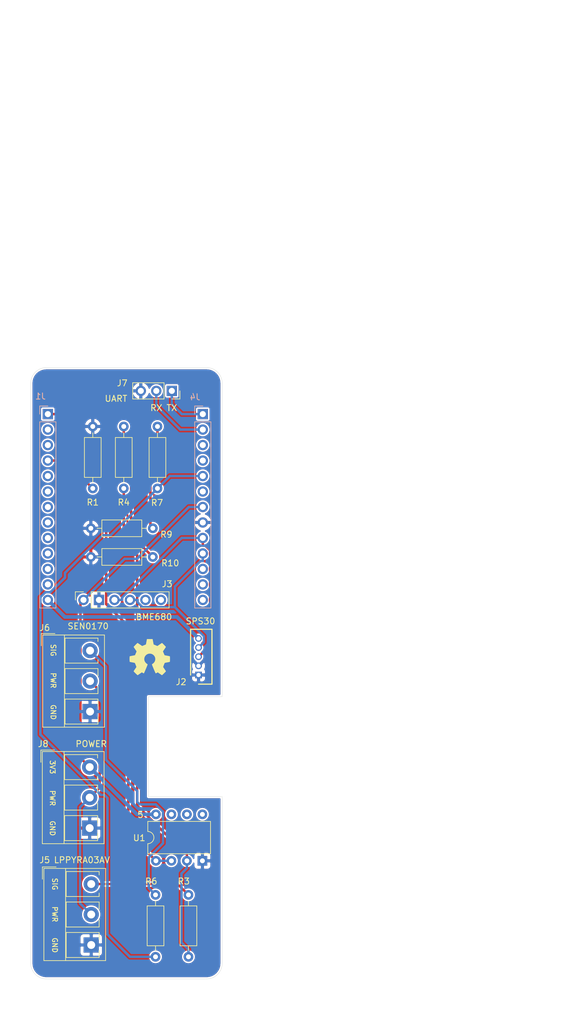
<source format=kicad_pcb>
(kicad_pcb (version 20171130) (host pcbnew "(5.1.9)-1")
  (title_block (title "Layout PCB scheda shield per TTGO T-Beam v1.1") (date 2021-03-25) (rev 1.1))
  (layers (0 Front signal) (31 Back signal) (34 B.Paste user) (35 F.Paste user) (36 B.SilkS user) (37 F.SilkS user) (38 B.Mask user) (39 F.Mask user) (44 Edge.Cuts user))
  (net 0 "")
  (net 1 "Net-(J1-Pad2)")
  (net 2 "Net-(J1-Pad3)")
  (net 3 "Net-(J1-Pad5)")
  (net 4 "Net-(J1-Pad6)")
  (net 5 "Net-(J1-Pad7)")
  (net 6 "Net-(J1-Pad8)")
  (net 7 "Net-(J1-Pad9)")
  (net 8 "Net-(J1-Pad10)")
  (net 9 ADCPYRA)
  (net 10 GND)
  (net 11 "Net-(J4-Pad13)")
  (net 12 "Net-(J4-Pad12)")
  (net 13 "Net-(J4-Pad11)")
  (net 14 "Net-(J4-Pad6)")
  (net 15 "Net-(J4-Pad3)")
  (net 16 /RX)
  (net 17 /TX)
  (net 18 "Net-(J1-Pad12)")
  (net 19 +3V3)
  (net 20 "Net-(J1-Pad11)")
  (net 21 +12V)
  (net 22 ADCWIND)
  (net 23 "Net-(J5-Pad1)")
  (net 24 "Net-(J6-Pad1)")
  (net 25 +5V)
  (net 26 "Net-(J1-Pad4)")
  (net 27 "Net-(J3-Pad6)")
  (net 28 "Net-(J3-Pad5)")
  (net 29 "Net-(R10-Pad1)")
  (net 30 "Net-(R7-Pad2)")
  (net 31 "Net-(R3-Pad2)")
  (net 32 "Net-(J4-Pad4)")
  (net 33 /SCL)
  (net 34 /SDA)
  (module Symbol:OSHW-Symbol_6.7x6mm_SilkScreen (layer Front) (at 137.3505 99.568)
    (fp_text reference REF** hide)
    (fp_text value OSHW-Symbol_6.7x6mm_SilkScreen hide)
    (fp_poly (pts (xy 0.555814 -2.531069) (xy 0.639635 -2.086445) (xy 0.94892 -1.958947) (xy 1.258206 -1.831449) (xy 1.629246 -2.083754) (xy 1.733157 -2.154004) (xy 1.827087 -2.216728) (xy 1.906652 -2.269062) (xy 1.96747 -2.308143) (xy 2.005157 -2.331107) (xy 2.015421 -2.336058) (xy 2.03391 -2.323324) (xy 2.07342 -2.288118) (xy 2.129522 -2.234938) (xy 2.197787 -2.168282) (xy 2.273786 -2.092646) (xy 2.353092 -2.012528) (xy 2.431275 -1.932426) (xy 2.503907 -1.856836) (xy 2.566559 -1.790255) (xy 2.614803 -1.737182) (xy 2.64421 -1.702113) (xy 2.651241 -1.690377) (xy 2.641123 -1.66874) (xy 2.612759 -1.621338) (xy 2.569129 -1.552807) (xy 2.513218 -1.467785) (xy 2.448006 -1.370907) (xy 2.410219 -1.31565) (xy 2.341343 -1.214752) (xy 2.28014 -1.123701) (xy 2.229578 -1.04703) (xy 2.192628 -0.989272) (xy 2.172258 -0.954957) (xy 2.169197 -0.947746) (xy 2.176136 -0.927252) (xy 2.195051 -0.879487) (xy 2.223087 -0.811168) (xy 2.257391 -0.729011) (xy 2.295109 -0.63973) (xy 2.333387 -0.550042) (xy 2.36937 -0.466662) (xy 2.400206 -0.396306) (xy 2.423039 -0.34569) (xy 2.435017 -0.321529) (xy 2.435724 -0.320578) (xy 2.454531 -0.315964) (xy 2.504618 -0.305672) (xy 2.580793 -0.290713) (xy 2.677865 -0.272099) (xy 2.790643 -0.250841) (xy 2.856442 -0.238582) (xy 2.97695 -0.215638) (xy 3.085797 -0.193805) (xy 3.177476 -0.174278) (xy 3.246481 -0.158252) (xy 3.287304 -0.146921) (xy 3.295511 -0.143326) (xy 3.303548 -0.118994) (xy 3.310033 -0.064041) (xy 3.31497 0.015108) (xy 3.318364 0.112026) (xy 3.320218 0.220287) (xy 3.320538 0.333465) (xy 3.319327 0.445135) (xy 3.31659 0.548868) (xy 3.312331 0.638241) (xy 3.306555 0.706826) (xy 3.299267 0.748197) (xy 3.294895 0.75681) (xy 3.268764 0.767133) (xy 3.213393 0.781892) (xy 3.136107 0.799352) (xy 3.04423 0.81778) (xy 3.012158 0.823741) (xy 2.857524 0.852066) (xy 2.735375 0.874876) (xy 2.641673 0.89308) (xy 2.572384 0.907583) (xy 2.523471 0.919292) (xy 2.490897 0.929115) (xy 2.470628 0.937956) (xy 2.458626 0.946724) (xy 2.456947 0.948457) (xy 2.440184 0.976371) (xy 2.414614 1.030695) (xy 2.382788 1.104777) (xy 2.34726 1.191965) (xy 2.310583 1.285608) (xy 2.275311 1.379052) (xy 2.243996 1.465647) (xy 2.219193 1.53874) (xy 2.203454 1.591678) (xy 2.199332 1.617811) (xy 2.199676 1.618726) (xy 2.213641 1.640086) (xy 2.245322 1.687084) (xy 2.291391 1.754827) (xy 2.348518 1.838423) (xy 2.413373 1.932982) (xy 2.431843 1.959854) (xy 2.497699 2.057275) (xy 2.55565 2.146163) (xy 2.602538 2.221412) (xy 2.635207 2.27792) (xy 2.6505 2.310581) (xy 2.651241 2.314593) (xy 2.638392 2.335684) (xy 2.602888 2.377464) (xy 2.549293 2.435445) (xy 2.482171 2.505135) (xy 2.406087 2.582045) (xy 2.325604 2.661683) (xy 2.245287 2.739561) (xy 2.169699 2.811186) (xy 2.103405 2.87207) (xy 2.050969 2.917721) (xy 2.016955 2.94365) (xy 2.007545 2.947883) (xy 1.985643 2.937912) (xy 1.9408 2.91102) (xy 1.880321 2.871736) (xy 1.833789 2.840117) (xy 1.749475 2.782098) (xy 1.649626 2.713784) (xy 1.549473 2.645579) (xy 1.495627 2.609075) (xy 1.313371 2.4858) (xy 1.160381 2.56852) (xy 1.090682 2.604759) (xy 1.031414 2.632926) (xy 0.991311 2.648991) (xy 0.981103 2.651226) (xy 0.968829 2.634722) (xy 0.944613 2.588082) (xy 0.910263 2.515609) (xy 0.867588 2.421606) (xy 0.818394 2.310374) (xy 0.76449 2.186215) (xy 0.707684 2.053432) (xy 0.649782 1.916327) (xy 0.592593 1.779202) (xy 0.537924 1.646358) (xy 0.487584 1.522098) (xy 0.44338 1.410725) (xy 0.407119 1.316539) (xy 0.380609 1.243844) (xy 0.365658 1.196941) (xy 0.363254 1.180833) (xy 0.382311 1.160286) (xy 0.424036 1.126933) (xy 0.479706 1.087702) (xy 0.484378 1.084599) (xy 0.628264 0.969423) (xy 0.744283 0.835053) (xy 0.83143 0.685784) (xy 0.888699 0.525913) (xy 0.915086 0.359737) (xy 0.909585 0.191552) (xy 0.87119 0.025655) (xy 0.798895 -0.133658) (xy 0.777626 -0.168513) (xy 0.666996 -0.309263) (xy 0.536302 -0.422286) (xy 0.390064 -0.506997) (xy 0.232808 -0.562806) (xy 0.069057 -0.589126) (xy -0.096667 -0.58537) (xy -0.259838 -0.55095) (xy -0.415935 -0.485277) (xy -0.560433 -0.387765) (xy -0.605131 -0.348187) (xy -0.718888 -0.224297) (xy -0.801782 -0.093876) (xy -0.858644 0.052315) (xy -0.890313 0.197088) (xy -0.898131 0.35986) (xy -0.872062 0.52344) (xy -0.814755 0.682298) (xy -0.728856 0.830906) (xy -0.617014 0.963735) (xy -0.481877 1.075256) (xy -0.464117 1.087011) (xy -0.40785 1.125508) (xy -0.365077 1.158863) (xy -0.344628 1.18016) (xy -0.344331 1.180833) (xy -0.348721 1.203871) (xy -0.366124 1.256157) (xy -0.394732 1.33339) (xy -0.432735 1.431268) (xy -0.478326 1.545491) (xy -0.529697 1.671758) (xy -0.585038 1.805767) (xy -0.642542 1.943218) (xy -0.700399 2.079808) (xy -0.756802 2.211237) (xy -0.809942 2.333205) (xy -0.85801 2.441409) (xy -0.899199 2.531549) (xy -0.931699 2.599323) (xy -0.953703 2.64043) (xy -0.962564 2.651226) (xy -0.98964 2.642819) (xy -1.040303 2.620272) (xy -1.105817 2.587613) (xy -1.141841 2.56852) (xy -1.294832 2.4858) (xy -1.477088 2.609075) (xy -1.570125 2.672228) (xy -1.671985 2.741727) (xy -1.767438 2.807165) (xy -1.81525 2.840117) (xy -1.882495 2.885273) (xy -1.939436 2.921057) (xy -1.978646 2.942938) (xy -1.991381 2.947563) (xy -2.009917 2.935085) (xy -2.050941 2.900252) (xy -2.110475 2.846678) (xy -2.184542 2.777983) (xy -2.269165 2.697781) (xy -2.322685 2.646286) (xy -2.416319 2.554286) (xy -2.497241 2.471999) (xy -2.562177 2.402945) (xy -2.607858 2.350644) (xy -2.631011 2.318616) (xy -2.633232 2.312116) (xy -2.622924 2.287394) (xy -2.594439 2.237405) (xy -2.550937 2.167212) (xy -2.495577 2.081875) (xy -2.43152 1.986456) (xy -2.413303 1.959854) (xy -2.346927 1.863167) (xy -2.287378 1.776117) (xy -2.237984 1.703595) (xy -2.202075 1.650493) (xy -2.182981 1.621703) (xy -2.181136 1.618726) (xy -2.183895 1.595782) (xy -2.198538 1.545336) (xy -2.222513 1.474041) (xy -2.253266 1.388547) (xy -2.288244 1.295507) (xy -2.324893 1.201574) (xy -2.360661 1.113399) (xy -2.392994 1.037634) (xy -2.419338 0.980931) (xy -2.437142 0.949943) (xy -2.438407 0.948457) (xy -2.449294 0.939601) (xy -2.467682 0.930843) (xy -2.497606 0.921277) (xy -2.543103 0.909996) (xy -2.608209 0.896093) (xy -2.696961 0.878663) (xy -2.813393 0.856798) (xy -2.961542 0.829591) (xy -2.993618 0.823741) (xy -3.088686 0.805374) (xy -3.171565 0.787405) (xy -3.23493 0.771569) (xy -3.271458 0.7596) (xy -3.276356 0.75681) (xy -3.284427 0.732072) (xy -3.290987 0.67679) (xy -3.296033 0.597389) (xy -3.299559 0.500296) (xy -3.301561 0.391938) (xy -3.302036 0.27874) (xy -3.300977 0.167128) (xy -3.298382 0.063529) (xy -3.294246 -0.025632) (xy -3.288563 -0.093928) (xy -3.281331 -0.134934) (xy -3.276971 -0.143326) (xy -3.252698 -0.151792) (xy -3.197426 -0.165565) (xy -3.116662 -0.18345) (xy -3.015912 -0.204252) (xy -2.900683 -0.226777) (xy -2.837902 -0.238582) (xy -2.718787 -0.260849) (xy -2.612565 -0.281021) (xy -2.524427 -0.298085) (xy -2.459566 -0.311031) (xy -2.423174 -0.318845) (xy -2.417184 -0.320578) (xy -2.407061 -0.34011) (xy -2.385662 -0.387157) (xy -2.355839 -0.454997) (xy -2.320445 -0.536909) (xy -2.282332 -0.626172) (xy -2.244353 -0.716065) (xy -2.20936 -0.799865) (xy -2.180206 -0.870853) (xy -2.159743 -0.922306) (xy -2.150823 -0.947503) (xy -2.150657 -0.948604) (xy -2.160769 -0.968481) (xy -2.189117 -1.014223) (xy -2.232723 -1.081283) (xy -2.288606 -1.165116) (xy -2.353787 -1.261174) (xy -2.391679 -1.31635) (xy -2.460725 -1.417519) (xy -2.52205 -1.50937) (xy -2.572663 -1.587256) (xy -2.609571 -1.646531) (xy -2.629782 -1.682549) (xy -2.632701 -1.690623) (xy -2.620153 -1.709416) (xy -2.585463 -1.749543) (xy -2.533063 -1.806507) (xy -2.467384 -1.875815) (xy -2.392856 -1.952969) (xy -2.313913 -2.033475) (xy -2.234983 -2.112837) (xy -2.1605 -2.18656) (xy -2.094894 -2.250148) (xy -2.042596 -2.299106) (xy -2.008039 -2.328939) (xy -1.996478 -2.336058) (xy -1.977654 -2.326047) (xy -1.932631 -2.297922) (xy -1.865787 -2.254546) (xy -1.781499 -2.198782) (xy -1.684144 -2.133494) (xy -1.610707 -2.083754) (xy -1.239667 -1.831449) (xy -0.621095 -2.086445) (xy -0.537275 -2.531069) (xy -0.453454 -2.975693) (xy 0.471994 -2.975693) (xy 0.555814 -2.531069)) (layer F.SilkS) (width 0.01))
  )
  (module Resistor_THT:R_Axial_DIN0207_L6.3mm_D2.5mm_P10.16mm_Horizontal (layer Front) (at 137.859 83.1215 180)
    (fp_text reference R10 (at -2.857 -1.016) (layer F.SilkS))
    (fp_text value 10k)
    (fp_line (start 1.81 -1.37) (end 1.81 1.37) (layer F.SilkS) (width 0.12))
    (fp_line (start 1.81 1.37) (end 8.35 1.37) (layer F.SilkS) (width 0.12))
    (fp_line (start 8.35 1.37) (end 8.35 -1.37) (layer F.SilkS) (width 0.12))
    (fp_line (start 8.35 -1.37) (end 1.81 -1.37) (layer F.SilkS) (width 0.12))
    (fp_line (start 1.04 0) (end 1.81 0) (layer F.SilkS) (width 0.12))
    (fp_line (start 9.12 0) (end 8.35 0) (layer F.SilkS) (width 0.12))
    (pad 2 thru_hole oval (at 10.16 0 180) (size 1.6 1.6) (drill 0.8) (layers *.Cu *.Mask) (net 10 GND))
    (pad 1 thru_hole circle (at 0 0 180) (size 1.6 1.6) (drill 0.8) (layers *.Cu *.Mask) (net 29 "Net-(R10-Pad1)"))
  )
  (module Resistor_THT:R_Axial_DIN0207_L6.3mm_D2.5mm_P10.16mm_Horizontal (layer Front) (at 137.859 78.4225 180)
    (fp_text reference R9 (at -2.222 -1.016) (layer F.SilkS))
    (fp_text value 10k)
    (fp_line (start 1.81 -1.37) (end 1.81 1.37) (layer F.SilkS) (width 0.12))
    (fp_line (start 1.81 1.37) (end 8.35 1.37) (layer F.SilkS) (width 0.12))
    (fp_line (start 8.35 1.37) (end 8.35 -1.37) (layer F.SilkS) (width 0.12))
    (fp_line (start 8.35 -1.37) (end 1.81 -1.37) (layer F.SilkS) (width 0.12))
    (fp_line (start 1.04 0) (end 1.81 0) (layer F.SilkS) (width 0.12))
    (fp_line (start 9.12 0) (end 8.35 0) (layer F.SilkS) (width 0.12))
    (pad 2 thru_hole oval (at 10.16 0 180) (size 1.6 1.6) (drill 0.8) (layers *.Cu *.Mask) (net 10 GND))
    (pad 1 thru_hole circle (at 0 0 180) (size 1.6 1.6) (drill 0.8) (layers *.Cu *.Mask) (net 30 "Net-(R7-Pad2)"))
  )
  (module Resistor_THT:R_Axial_DIN0207_L6.3mm_D2.5mm_P10.16mm_Horizontal (layer Front) (at 138.62 71.882 90)
    (fp_text reference R7 (at -2.3495 -0.0635 180) (layer F.SilkS))
    (fp_text value 10k)
    (fp_line (start 1.81 -1.37) (end 1.81 1.37) (layer F.SilkS) (width 0.12))
    (fp_line (start 1.81 1.37) (end 8.35 1.37) (layer F.SilkS) (width 0.12))
    (fp_line (start 8.35 1.37) (end 8.35 -1.37) (layer F.SilkS) (width 0.12))
    (fp_line (start 8.35 -1.37) (end 1.81 -1.37) (layer F.SilkS) (width 0.12))
    (fp_line (start 1.04 0) (end 1.81 0) (layer F.SilkS) (width 0.12))
    (fp_line (start 9.12 0) (end 8.35 0) (layer F.SilkS) (width 0.12))
    (pad 2 thru_hole oval (at 10.16 0 90) (size 1.6 1.6) (drill 0.8) (layers *.Cu *.Mask) (net 30 "Net-(R7-Pad2)"))
    (pad 1 thru_hole circle (at 0 0 90) (size 1.6 1.6) (drill 0.8) (layers *.Cu *.Mask) (net 22 ADCWIND))
  )
  (module TerminalBlock_RND:TerminalBlock_RND_205-00277_1x03_P5.00mm_Vertical (layer Front) (at 127.508 117.602 270)
    (fp_text reference J8 (at -3.81 7.62) (layer F.SilkS))
    (fp_text value POWER (at -3.81 -0.254 180) (layer F.SilkS))
    (fp_line (start -2.56 4.2) (end 12.56 4.2) (layer F.SilkS) (width 0.12))
    (fp_line (start -2.56 -2.36) (end 12.56 -2.36) (layer F.SilkS) (width 0.12))
    (fp_line (start -2.56 7.76) (end 12.56 7.76) (layer F.SilkS) (width 0.12))
    (fp_line (start -2.56 -2.36) (end -2.56 7.76) (layer F.SilkS) (width 0.12))
    (fp_line (start 12.56 -2.36) (end 12.56 7.76) (layer F.SilkS) (width 0.12))
    (fp_line (start -2.05 -1.3) (end -1.49 -1.3) (layer F.SilkS) (width 0.12))
    (fp_line (start 1.49 -1.3) (end 2.05 -1.3) (layer F.SilkS) (width 0.12))
    (fp_line (start -2.05 4.1) (end 2.05 4.1) (layer F.SilkS) (width 0.12))
    (fp_line (start -2.05 -1.3) (end -2.05 4.1) (layer F.SilkS) (width 0.12))
    (fp_line (start 2.05 -1.3) (end 2.05 4.1) (layer F.SilkS) (width 0.12))
    (fp_line (start 2.95 -1.3) (end 4.117 -1.3) (layer F.SilkS) (width 0.12))
    (fp_line (start 5.884 -1.3) (end 7.05 -1.3) (layer F.SilkS) (width 0.12))
    (fp_line (start 2.95 4.1) (end 7.05 4.1) (layer F.SilkS) (width 0.12))
    (fp_line (start 2.95 -1.3) (end 2.95 4.1) (layer F.SilkS) (width 0.12))
    (fp_line (start 7.05 -1.3) (end 7.05 4.1) (layer F.SilkS) (width 0.12))
    (fp_line (start 7.95 -1.3) (end 9.117 -1.3) (layer F.SilkS) (width 0.12))
    (fp_line (start 10.884 -1.3) (end 12.05 -1.3) (layer F.SilkS) (width 0.12))
    (fp_line (start 7.95 4.1) (end 12.05 4.1) (layer F.SilkS) (width 0.12))
    (fp_line (start 7.95 -1.3) (end 7.95 4.1) (layer F.SilkS) (width 0.12))
    (fp_line (start 12.05 -1.3) (end 12.05 4.1) (layer F.SilkS) (width 0.12))
    (fp_line (start -2.8 5.76) (end -2.8 8) (layer F.SilkS) (width 0.12))
    (fp_line (start -2.8 8) (end -0.8 8) (layer F.SilkS) (width 0.12))
    (pad 3 thru_hole rect (at 10 0 270) (size 2.5 2.5) (drill 1.3) (layers *.Cu *.Mask) (net 10 GND))
    (pad 2 thru_hole circle (at 5 0 270) (size 2.5 2.5) (drill 1.3) (layers *.Cu *.Mask) (net 21 +12V))
    (pad 1 thru_hole circle (at 0 0 270) (size 2.5 2.5) (drill 1.3) (layers *.Cu *.Mask) (net 19 +3V3))
  )
  (module TerminalBlock_RND:TerminalBlock_RND_205-00277_1x03_P5.00mm_Vertical (layer Front) (at 127.572 98.4885 270)
    (fp_text reference J6 (at -3.7465 7.43 180) (layer F.SilkS))
    (fp_text value SEN0170 (at -4.0005 0.318 180) (layer F.SilkS))
    (fp_line (start -2.56 4.2) (end 12.56 4.2) (layer F.SilkS) (width 0.12))
    (fp_line (start -2.56 -2.36) (end 12.56 -2.36) (layer F.SilkS) (width 0.12))
    (fp_line (start -2.56 7.76) (end 12.56 7.76) (layer F.SilkS) (width 0.12))
    (fp_line (start -2.56 -2.36) (end -2.56 7.76) (layer F.SilkS) (width 0.12))
    (fp_line (start 12.56 -2.36) (end 12.56 7.76) (layer F.SilkS) (width 0.12))
    (fp_line (start -2.05 -1.3) (end -1.49 -1.3) (layer F.SilkS) (width 0.12))
    (fp_line (start 1.49 -1.3) (end 2.05 -1.3) (layer F.SilkS) (width 0.12))
    (fp_line (start -2.05 4.1) (end 2.05 4.1) (layer F.SilkS) (width 0.12))
    (fp_line (start -2.05 -1.3) (end -2.05 4.1) (layer F.SilkS) (width 0.12))
    (fp_line (start 2.05 -1.3) (end 2.05 4.1) (layer F.SilkS) (width 0.12))
    (fp_line (start 2.95 -1.3) (end 4.117 -1.3) (layer F.SilkS) (width 0.12))
    (fp_line (start 5.884 -1.3) (end 7.05 -1.3) (layer F.SilkS) (width 0.12))
    (fp_line (start 2.95 4.1) (end 7.05 4.1) (layer F.SilkS) (width 0.12))
    (fp_line (start 2.95 -1.3) (end 2.95 4.1) (layer F.SilkS) (width 0.12))
    (fp_line (start 7.05 -1.3) (end 7.05 4.1) (layer F.SilkS) (width 0.12))
    (fp_line (start 7.95 -1.3) (end 9.117 -1.3) (layer F.SilkS) (width 0.12))
    (fp_line (start 10.884 -1.3) (end 12.05 -1.3) (layer F.SilkS) (width 0.12))
    (fp_line (start 7.95 4.1) (end 12.05 4.1) (layer F.SilkS) (width 0.12))
    (fp_line (start 7.95 -1.3) (end 7.95 4.1) (layer F.SilkS) (width 0.12))
    (fp_line (start 12.05 -1.3) (end 12.05 4.1) (layer F.SilkS) (width 0.12))
    (fp_line (start -2.8 5.76) (end -2.8 8) (layer F.SilkS) (width 0.12))
    (fp_line (start -2.8 8) (end -0.8 8) (layer F.SilkS) (width 0.12))
    (pad 3 thru_hole rect (at 10 0 270) (size 2.5 2.5) (drill 1.3) (layers *.Cu *.Mask) (net 10 GND))
    (pad 2 thru_hole circle (at 5 0 270) (size 2.5 2.5) (drill 1.3) (layers *.Cu *.Mask) (net 21 +12V))
    (pad 1 thru_hole circle (at 0 0 270) (size 2.5 2.5) (drill 1.3) (layers *.Cu *.Mask) (net 24 "Net-(J6-Pad1)"))
  )
  (module TerminalBlock_RND:TerminalBlock_RND_205-00277_1x03_P5.00mm_Vertical (layer Front) (at 127.762 136.779 270)
    (fp_text reference J5 (at -3.937 7.62) (layer F.SilkS))
    (fp_text value LPPYRA03AV (at -3.937 1.524) (layer F.SilkS))
    (fp_line (start -2.56 4.2) (end 12.56 4.2) (layer F.SilkS) (width 0.12))
    (fp_line (start -2.56 -2.36) (end 12.56 -2.36) (layer F.SilkS) (width 0.12))
    (fp_line (start -2.56 7.76) (end 12.56 7.76) (layer F.SilkS) (width 0.12))
    (fp_line (start -2.56 -2.36) (end -2.56 7.76) (layer F.SilkS) (width 0.12))
    (fp_line (start 12.56 -2.36) (end 12.56 7.76) (layer F.SilkS) (width 0.12))
    (fp_line (start -2.05 -1.3) (end -1.49 -1.3) (layer F.SilkS) (width 0.12))
    (fp_line (start 1.49 -1.3) (end 2.05 -1.3) (layer F.SilkS) (width 0.12))
    (fp_line (start -2.05 4.1) (end 2.05 4.1) (layer F.SilkS) (width 0.12))
    (fp_line (start -2.05 -1.3) (end -2.05 4.1) (layer F.SilkS) (width 0.12))
    (fp_line (start 2.05 -1.3) (end 2.05 4.1) (layer F.SilkS) (width 0.12))
    (fp_line (start 2.95 -1.3) (end 4.117 -1.3) (layer F.SilkS) (width 0.12))
    (fp_line (start 5.884 -1.3) (end 7.05 -1.3) (layer F.SilkS) (width 0.12))
    (fp_line (start 2.95 4.1) (end 7.05 4.1) (layer F.SilkS) (width 0.12))
    (fp_line (start 2.95 -1.3) (end 2.95 4.1) (layer F.SilkS) (width 0.12))
    (fp_line (start 7.05 -1.3) (end 7.05 4.1) (layer F.SilkS) (width 0.12))
    (fp_line (start 7.95 -1.3) (end 9.117 -1.3) (layer F.SilkS) (width 0.12))
    (fp_line (start 10.884 -1.3) (end 12.05 -1.3) (layer F.SilkS) (width 0.12))
    (fp_line (start 7.95 4.1) (end 12.05 4.1) (layer F.SilkS) (width 0.12))
    (fp_line (start 7.95 -1.3) (end 7.95 4.1) (layer F.SilkS) (width 0.12))
    (fp_line (start 12.05 -1.3) (end 12.05 4.1) (layer F.SilkS) (width 0.12))
    (fp_line (start -2.8 5.76) (end -2.8 8) (layer F.SilkS) (width 0.12))
    (fp_line (start -2.8 8) (end -0.8 8) (layer F.SilkS) (width 0.12))
    (pad 3 thru_hole rect (at 10 0 270) (size 2.5 2.5) (drill 1.3) (layers *.Cu *.Mask) (net 10 GND))
    (pad 2 thru_hole circle (at 5 0 270) (size 2.5 2.5) (drill 1.3) (layers *.Cu *.Mask) (net 21 +12V))
    (pad 1 thru_hole circle (at 0 0 270) (size 2.5 2.5) (drill 1.3) (layers *.Cu *.Mask) (net 23 "Net-(J5-Pad1)"))
  )
  (module Package_DIP:DIP-8_W7.62mm (layer Front) (at 138.366 132.969 90)
    (fp_text reference U1 (at 3.7465 -2.7305) (layer F.SilkS))
    (fp_text value LM358)
    (fp_line (start 2.81 -1.33) (end 1.16 -1.33) (layer F.SilkS) (width 0.12))
    (fp_line (start 1.16 -1.33) (end 1.16 8.95) (layer F.SilkS) (width 0.12))
    (fp_line (start 1.16 8.95) (end 6.46 8.95) (layer F.SilkS) (width 0.12))
    (fp_line (start 6.46 8.95) (end 6.46 -1.33) (layer F.SilkS) (width 0.12))
    (fp_line (start 6.46 -1.33) (end 4.81 -1.33) (layer F.SilkS) (width 0.12))
    (fp_arc (start 3.81 -1.33) (end 2.81 -1.33) (angle -180) (layer F.SilkS) (width 0.12))
    (pad 8 thru_hole oval (at 7.62 0 90) (size 1.6 1.6) (drill 0.8) (layers *.Cu *.Mask) (net 19 +3V3))
    (pad 4 thru_hole rect (at 0 7.62 90) (size 1.6 1.6) (drill 0.8) (layers *.Cu *.Mask) (net 10 GND))
    (pad 7 thru_hole oval (at 7.62 2.54 90) (size 1.6 1.6) (drill 0.8) (layers *.Cu *.Mask))
    (pad 3 thru_hole oval (at 0 5.08 90) (size 1.6 1.6) (drill 0.8) (layers *.Cu *.Mask) (net 31 "Net-(R3-Pad2)"))
    (pad 6 thru_hole oval (at 7.62 5.08 90) (size 1.6 1.6) (drill 0.8) (layers *.Cu *.Mask))
    (pad 2 thru_hole oval (at 0 2.54 90) (size 1.6 1.6) (drill 0.8) (layers *.Cu *.Mask) (net 9 ADCPYRA))
    (pad 5 thru_hole oval (at 7.62 7.62 90) (size 1.6 1.6) (drill 0.8) (layers *.Cu *.Mask))
    (pad 1 thru_hole circle (at 0 0 90) (size 1.6 1.6) (drill 0.8) (layers *.Cu *.Mask) (net 9 ADCPYRA))
  )
  (module Connector_PinSocket_2.54mm:PinSocket_1x06_P2.54mm_Vertical (layer Front) (at 126.492 90.17 90)
    (fp_text reference J3 (at 2.6035 13.716 180) (layer F.SilkS))
    (fp_text value BME680 (at -2.794 11.557 180) (layer F.SilkS))
    (fp_line (start -1.33 1.27) (end 1.33 1.27) (layer F.SilkS) (width 0.12))
    (fp_line (start -1.33 1.27) (end -1.33 14.03) (layer F.SilkS) (width 0.12))
    (fp_line (start -1.33 14.03) (end 1.33 14.03) (layer F.SilkS) (width 0.12))
    (fp_line (start 1.33 1.27) (end 1.33 14.03) (layer F.SilkS) (width 0.12))
    (fp_line (start 1.33 -1.33) (end 1.33 0) (layer F.SilkS) (width 0.12))
    (fp_line (start 0 -1.33) (end 1.33 -1.33) (layer F.SilkS) (width 0.12))
    (pad 6 thru_hole oval (at 0 12.7 90) (size 1.7 1.7) (drill 1) (layers *.Cu *.Mask) (net 27 "Net-(J3-Pad6)"))
    (pad 5 thru_hole oval (at 0 10.16 90) (size 1.7 1.7) (drill 1) (layers *.Cu *.Mask) (net 28 "Net-(J3-Pad5)"))
    (pad 4 thru_hole oval (at 0 7.62 90) (size 1.7 1.7) (drill 1) (layers *.Cu *.Mask) (net 34 /SDA))
    (pad 3 thru_hole oval (at 0 5.08 90) (size 1.7 1.7) (drill 1) (layers *.Cu *.Mask) (net 33 /SCL))
    (pad 2 thru_hole rect (at 0 2.54 90) (size 1.7 1.7) (drill 1) (layers *.Cu *.Mask) (net 10 GND))
    (pad 1 thru_hole circle (at 0 0 90) (size 1.7 1.7) (drill 1) (layers *.Cu *.Mask) (net 19 +3V3))
  )
  (module Connector_PinSocket_2.54mm:PinSocket_1x13_P2.54mm_Vertical (layer Back) (at 146.05 59.69 180)
    (fp_text reference J4 (at 1.27 2.794) (layer B.SilkS) (effects (justify mirror)))
    (fp_text value "T-Beam right socket ")
    (fp_line (start -1.33 -1.27) (end 1.33 -1.27) (layer B.SilkS) (width 0.12))
    (fp_line (start -1.33 -1.27) (end -1.33 -31.81) (layer B.SilkS) (width 0.12))
    (fp_line (start -1.33 -31.81) (end 1.33 -31.81) (layer B.SilkS) (width 0.12))
    (fp_line (start 1.33 -1.27) (end 1.33 -31.81) (layer B.SilkS) (width 0.12))
    (fp_line (start 1.33 1.33) (end 1.33 0) (layer B.SilkS) (width 0.12))
    (fp_line (start 0 1.33) (end 1.33 1.33) (layer B.SilkS) (width 0.12))
    (pad 13 thru_hole oval (at 0 -30.48 180) (size 1.7 1.7) (drill 1) (layers *.Cu *.Mask) (net 11 "Net-(J4-Pad13)"))
    (pad 12 thru_hole oval (at 0 -27.94 180) (size 1.7 1.7) (drill 1) (layers *.Cu *.Mask) (net 12 "Net-(J4-Pad12)"))
    (pad 11 thru_hole oval (at 0 -25.4 180) (size 1.7 1.7) (drill 1) (layers *.Cu *.Mask) (net 13 "Net-(J4-Pad11)"))
    (pad 10 thru_hole oval (at 0 -22.86 180) (size 1.7 1.7) (drill 1) (layers *.Cu *.Mask) (net 34 /SDA))
    (pad 9 thru_hole oval (at 0 -20.32 180) (size 1.7 1.7) (drill 1) (layers *.Cu *.Mask) (net 33 /SCL))
    (pad 8 thru_hole oval (at 0 -17.78 180) (size 1.7 1.7) (drill 1) (layers *.Cu *.Mask) (net 10 GND))
    (pad 7 thru_hole oval (at 0 -15.24 180) (size 1.7 1.7) (drill 1) (layers *.Cu *.Mask) (net 19 +3V3))
    (pad 6 thru_hole oval (at 0 -12.7 180) (size 1.7 1.7) (drill 1) (layers *.Cu *.Mask) (net 14 "Net-(J4-Pad6)"))
    (pad 5 thru_hole oval (at 0 -10.16 180) (size 1.7 1.7) (drill 1) (layers *.Cu *.Mask) (net 22 ADCWIND))
    (pad 4 thru_hole oval (at 0 -7.62 180) (size 1.7 1.7) (drill 1) (layers *.Cu *.Mask) (net 32 "Net-(J4-Pad4)"))
    (pad 3 thru_hole oval (at 0 -5.08 180) (size 1.7 1.7) (drill 1) (layers *.Cu *.Mask) (net 15 "Net-(J4-Pad3)"))
    (pad 2 thru_hole oval (at 0 -2.54 180) (size 1.7 1.7) (drill 1) (layers *.Cu *.Mask) (net 16 /RX))
    (pad 1 thru_hole rect (at 0 0 180) (size 1.7 1.7) (drill 1) (layers *.Cu *.Mask) (net 17 /TX))
  )
  (module Resistor_THT:R_Axial_DIN0207_L6.3mm_D2.5mm_P10.16mm_Horizontal (layer Front) (at 138.303 138.557 270)
    (fp_text reference R6 (at -2.2225 0.6985 180) (layer F.SilkS))
    (fp_text value 10k)
    (fp_line (start 1.81 -1.37) (end 1.81 1.37) (layer F.SilkS) (width 0.12))
    (fp_line (start 1.81 1.37) (end 8.35 1.37) (layer F.SilkS) (width 0.12))
    (fp_line (start 8.35 1.37) (end 8.35 -1.37) (layer F.SilkS) (width 0.12))
    (fp_line (start 8.35 -1.37) (end 1.81 -1.37) (layer F.SilkS) (width 0.12))
    (fp_line (start 1.04 0) (end 1.81 0) (layer F.SilkS) (width 0.12))
    (fp_line (start 9.12 0) (end 8.35 0) (layer F.SilkS) (width 0.12))
    (pad 2 thru_hole oval (at 10.16 0 270) (size 1.6 1.6) (drill 0.8) (layers *.Cu *.Mask) (net 22 ADCWIND))
    (pad 1 thru_hole circle (at 0 0 270) (size 1.6 1.6) (drill 0.8) (layers *.Cu *.Mask) (net 24 "Net-(J6-Pad1)"))
  )
  (module Resistor_THT:R_Axial_DIN0207_L6.3mm_D2.5mm_P10.16mm_Horizontal (layer Front) (at 133.096 71.882 90)
    (fp_text reference R4 (at -2.286 0 180) (layer F.SilkS))
    (fp_text value 10k)
    (fp_line (start 1.81 -1.37) (end 1.81 1.37) (layer F.SilkS) (width 0.12))
    (fp_line (start 1.81 1.37) (end 8.35 1.37) (layer F.SilkS) (width 0.12))
    (fp_line (start 8.35 1.37) (end 8.35 -1.37) (layer F.SilkS) (width 0.12))
    (fp_line (start 8.35 -1.37) (end 1.81 -1.37) (layer F.SilkS) (width 0.12))
    (fp_line (start 1.04 0) (end 1.81 0) (layer F.SilkS) (width 0.12))
    (fp_line (start 9.12 0) (end 8.35 0) (layer F.SilkS) (width 0.12))
    (pad 2 thru_hole oval (at 10.16 0 90) (size 1.6 1.6) (drill 0.8) (layers *.Cu *.Mask) (net 29 "Net-(R10-Pad1)"))
    (pad 1 thru_hole circle (at 0 0 90) (size 1.6 1.6) (drill 0.8) (layers *.Cu *.Mask) (net 31 "Net-(R3-Pad2)"))
  )
  (module Resistor_THT:R_Axial_DIN0207_L6.3mm_D2.5mm_P10.16mm_Horizontal (layer Front) (at 143.7 138.557 270)
    (fp_text reference R3 (at -2.2225 0.762) (layer F.SilkS))
    (fp_text value 10k)
    (fp_line (start 1.81 -1.37) (end 1.81 1.37) (layer F.SilkS) (width 0.12))
    (fp_line (start 1.81 1.37) (end 8.35 1.37) (layer F.SilkS) (width 0.12))
    (fp_line (start 8.35 1.37) (end 8.35 -1.37) (layer F.SilkS) (width 0.12))
    (fp_line (start 8.35 -1.37) (end 1.81 -1.37) (layer F.SilkS) (width 0.12))
    (fp_line (start 1.04 0) (end 1.81 0) (layer F.SilkS) (width 0.12))
    (fp_line (start 9.12 0) (end 8.35 0) (layer F.SilkS) (width 0.12))
    (pad 2 thru_hole oval (at 10.16 0 270) (size 1.6 1.6) (drill 0.8) (layers *.Cu *.Mask) (net 31 "Net-(R3-Pad2)"))
    (pad 1 thru_hole circle (at 0 0 270) (size 1.6 1.6) (drill 0.8) (layers *.Cu *.Mask) (net 23 "Net-(J5-Pad1)"))
  )
  (module Resistor_THT:R_Axial_DIN0207_L6.3mm_D2.5mm_P10.16mm_Horizontal (layer Front) (at 128.016 71.882 90)
    (fp_text reference R1 (at -2.286 0 180) (layer F.SilkS))
    (fp_text value 10k)
    (fp_line (start 1.81 -1.37) (end 1.81 1.37) (layer F.SilkS) (width 0.12))
    (fp_line (start 1.81 1.37) (end 8.35 1.37) (layer F.SilkS) (width 0.12))
    (fp_line (start 8.35 1.37) (end 8.35 -1.37) (layer F.SilkS) (width 0.12))
    (fp_line (start 8.35 -1.37) (end 1.81 -1.37) (layer F.SilkS) (width 0.12))
    (fp_line (start 1.04 0) (end 1.81 0) (layer F.SilkS) (width 0.12))
    (fp_line (start 9.12 0) (end 8.35 0) (layer F.SilkS) (width 0.12))
    (pad 2 thru_hole oval (at 10.16 0 90) (size 1.6 1.6) (drill 0.8) (layers *.Cu *.Mask) (net 10 GND))
    (pad 1 thru_hole circle (at 0 0 90) (size 1.6 1.6) (drill 0.8) (layers *.Cu *.Mask) (net 26 "Net-(J1-Pad4)"))
  )
  (module Connector_PinSocket_2.54mm:PinSocket_1x03_P2.54mm_Vertical (layer Front) (at 140.97 55.88 270)
    (fp_text reference J7 (at -1.27 8.128) (layer F.SilkS))
    (fp_text value UART (at 1.27 9.144 180) (layer F.SilkS))
    (fp_line (start -1.33 1.27) (end 1.33 1.27) (layer F.SilkS) (width 0.12))
    (fp_line (start -1.33 1.27) (end -1.33 6.41) (layer F.SilkS) (width 0.12))
    (fp_line (start -1.33 6.41) (end 1.33 6.41) (layer F.SilkS) (width 0.12))
    (fp_line (start 1.33 1.27) (end 1.33 6.41) (layer F.SilkS) (width 0.12))
    (fp_line (start 1.33 -1.33) (end 1.33 0) (layer F.SilkS) (width 0.12))
    (fp_line (start 0 -1.33) (end 1.33 -1.33) (layer F.SilkS) (width 0.12))
    (pad 3 thru_hole oval (at 0 5.08 270) (size 1.7 1.7) (drill 1) (layers *.Cu *.Mask) (net 10 GND))
    (pad 2 thru_hole oval (at 0 2.54 270) (size 1.7 1.7) (drill 1) (layers *.Cu *.Mask) (net 16 /RX))
    (pad 1 thru_hole rect (at 0 0 270) (size 1.7 1.7) (drill 1) (layers *.Cu *.Mask) (net 17 /TX))
  )
  (module Connector_PinSocket_2.54mm:PinSocket_1x13_P2.54mm_Vertical (layer Back) (at 120.65 59.69 180)
    (fp_text reference J1 (at 1.2065 2.921 180) (layer B.SilkS) (effects (justify mirror)))
    (fp_text value "T-Beam left socket ")
    (fp_line (start -1.33 -1.27) (end 1.33 -1.27) (layer B.SilkS) (width 0.12))
    (fp_line (start -1.33 -1.27) (end -1.33 -31.81) (layer B.SilkS) (width 0.12))
    (fp_line (start -1.33 -31.81) (end 1.33 -31.81) (layer B.SilkS) (width 0.12))
    (fp_line (start 1.33 -1.27) (end 1.33 -31.81) (layer B.SilkS) (width 0.12))
    (fp_line (start 1.33 1.33) (end 1.33 0) (layer B.SilkS) (width 0.12))
    (fp_line (start 0 1.33) (end 1.33 1.33) (layer B.SilkS) (width 0.12))
    (pad 13 thru_hole oval (at 0 -30.48 180) (size 1.7 1.7) (drill 1) (layers *.Cu *.Mask) (net 25 +5V))
    (pad 12 thru_hole oval (at 0 -27.94 180) (size 1.7 1.7) (drill 1) (layers *.Cu *.Mask) (net 18 "Net-(J1-Pad12)"))
    (pad 11 thru_hole oval (at 0 -25.4 180) (size 1.7 1.7) (drill 1) (layers *.Cu *.Mask) (net 20 "Net-(J1-Pad11)"))
    (pad 10 thru_hole oval (at 0 -22.86 180) (size 1.7 1.7) (drill 1) (layers *.Cu *.Mask) (net 8 "Net-(J1-Pad10)"))
    (pad 9 thru_hole oval (at 0 -20.32 180) (size 1.7 1.7) (drill 1) (layers *.Cu *.Mask) (net 7 "Net-(J1-Pad9)"))
    (pad 8 thru_hole oval (at 0 -17.78 180) (size 1.7 1.7) (drill 1) (layers *.Cu *.Mask) (net 6 "Net-(J1-Pad8)"))
    (pad 7 thru_hole oval (at 0 -15.24 180) (size 1.7 1.7) (drill 1) (layers *.Cu *.Mask) (net 5 "Net-(J1-Pad7)"))
    (pad 6 thru_hole oval (at 0 -12.7 180) (size 1.7 1.7) (drill 1) (layers *.Cu *.Mask) (net 4 "Net-(J1-Pad6)"))
    (pad 5 thru_hole oval (at 0 -10.16 180) (size 1.7 1.7) (drill 1) (layers *.Cu *.Mask) (net 3 "Net-(J1-Pad5)"))
    (pad 4 thru_hole oval (at 0 -7.62 180) (size 1.7 1.7) (drill 1) (layers *.Cu *.Mask) (net 26 "Net-(J1-Pad4)"))
    (pad 3 thru_hole oval (at 0 -5.08 180) (size 1.7 1.7) (drill 1) (layers *.Cu *.Mask) (net 2 "Net-(J1-Pad3)"))
    (pad 2 thru_hole oval (at 0 -2.54 180) (size 1.7 1.7) (drill 1) (layers *.Cu *.Mask) (net 1 "Net-(J1-Pad2)"))
    (pad 1 thru_hole rect (at 0 0 180) (size 1.7 1.7) (drill 1) (layers *.Cu *.Mask) (net 9 ADCPYRA))
  )
  (module connettore-jst:SHDR5W50P0X150_1X5_900X350X450P (layer Front) (at 145.352 102.489 270)
    (fp_text reference J2 (at 1.143 2.858) (layer F.SilkS))
    (fp_text value SPS30 (at -8.8265 -0.3175) (layer F.SilkS))
    (fp_line (start 1.5 -2.2) (end 1.5 0) (layer F.SilkS) (width 0.2))
    (fp_line (start -7.5 -2.2) (end 1.5 -2.2) (layer F.SilkS) (width 0.2))
    (fp_line (start -7.5 1.3) (end -7.5 -2.2) (layer F.SilkS) (width 0.2))
    (fp_line (start 0 1.3) (end -7.5 1.3) (layer F.SilkS) (width 0.2))
    (pad 1 thru_hole rect (at 0 0 270) (size 1.1 1.1) (drill 0.7) (layers *.Cu *.Mask) (net 10 GND))
    (pad 2 thru_hole circle (at -1.5 0 270) (size 1.1 1.1) (drill 0.7) (layers *.Cu *.Mask) (net 10 GND))
    (pad 3 thru_hole circle (at -3 0 270) (size 1.1 1.1) (drill 0.7) (layers *.Cu *.Mask) (net 33 /SCL))
    (pad 4 thru_hole circle (at -4.5 0 270) (size 1.1 1.1) (drill 0.7) (layers *.Cu *.Mask) (net 34 /SDA))
    (pad 5 thru_hole circle (at -6 0 270) (size 1.1 1.1) (drill 0.7) (layers *.Cu *.Mask) (net 25 +5V))
  )
  (gr_text PWR (at 121.539 103.378 270) (layer F.SilkS) (effects (font (size 0.8128 0.8128) (thickness 0.1524))))
  (gr_text 3V3 (at 121.412 117.602 -90) (layer F.SilkS) (effects (font (size 0.8128 0.8128) (thickness 0.1524))))
  (gr_text SIG (at 121.539 98.425 270) (layer F.SilkS) (effects (font (size 0.8128 0.8128) (thickness 0.1524))))
  (gr_text PWR (at 121.412 122.682 270) (layer F.SilkS) (effects (font (size 0.8128 0.8128) (thickness 0.1524))))
  (gr_text SIG (at 121.793 136.779 270) (layer F.SilkS) (effects (font (size 0.8128 0.8128) (thickness 0.1524))))
  (gr_text PWR (at 121.793 141.732 270) (layer F.SilkS) (effects (font (size 0.8128 0.8128) (thickness 0.1524))))
  (gr_text GND (at 121.793 146.812 270) (layer F.SilkS) (effects (font (size 0.8128 0.8128) (thickness 0.1524))))
  (gr_text GND (at 121.539 108.585 270) (layer F.SilkS) (effects (font (size 0.8128 0.8128) (thickness 0.1524))))
  (gr_text GND (at 121.412 127.635 270) (layer F.SilkS) (effects (font (size 0.8128 0.8128) (thickness 0.1524))))
  (gr_text 5 (at 135.8265 125.4125) (layer F.SilkS) (effects (font (size 1.016 1.016) (thickness 0.1524))))
  (gr_line (start 137.16 106.045) (end 137.16 107.315) (layer Edge.Cuts) (width 0.05))
  (gr_line (start 117.856 138.8745) (end 117.856 126.746) (layer Edge.Cuts) (width 0.05))
  (gr_line (start 117.856 122.047) (end 117.856 54.61) (layer Edge.Cuts) (width 0.05))
  (gr_line (start 117.856 122.047) (end 117.856 126.746) (layer Edge.Cuts) (width 0.05))
  (gr_line (start 117.856 138.8745) (end 117.856 149.7965) (layer Edge.Cuts) (width 0.05))
  (gr_arc (start 120.396 149.7965) (end 117.856 149.7965) (angle -90) (layer Edge.Cuts) (width 0.05))
  (gr_arc (start 120.396 54.61) (end 120.396 52.07) (angle -90) (layer Edge.Cuts) (width 0.05))
  (gr_line (start 149.225 138.938) (end 149.225 149.7965) (layer Edge.Cuts) (width 0.05))
  (gr_line (start 149.225 106.045) (end 137.16 106.045) (layer Edge.Cuts) (width 0.05))
  (gr_line (start 149.225 122.428) (end 149.225 138.938) (layer Edge.Cuts) (width 0.05))
  (gr_line (start 137.16 121.666) (end 137.16 122.428) (layer Edge.Cuts) (width 0.05))
  (gr_line (start 149.225 54.61) (end 149.225 106.045) (layer Edge.Cuts) (width 0.05))
  (gr_line (start 137.16 107.315) (end 137.16 121.666) (layer Edge.Cuts) (width 0.05))
  (gr_line (start 137.16 122.428) (end 149.225 122.428) (layer Edge.Cuts) (width 0.05))
  (gr_arc (start 146.685 54.61) (end 149.225 54.61) (angle -90) (layer Edge.Cuts) (width 0.05))
  (gr_arc (start 146.685 149.7965) (end 146.685 152.3365) (angle -90) (layer Edge.Cuts) (width 0.05))
  (gr_line (start 146.685 152.3365) (end 120.396 152.3365) (layer Edge.Cuts) (width 0.05))
  (gr_line (start 120.396 52.07) (end 146.685 52.07) (layer Edge.Cuts) (width 0.05))
  (gr_text RX (at 138.43 58.674) (layer F.SilkS) (effects (font (size 1 1))))
  (gr_text TX (at 140.97 58.674) (layer F.SilkS) (effects (font (size 1 1))))
  (segment (start 138.366 132.969) (end 139.706 132.969) (width 0.4) (layer Back) (net 9))
  (segment (start 140.906 132.969) (end 139.706 132.969) (width 0.4) (layer Back) (net 9))
  (segment (start 133.8395 128.4425) (end 138.366 132.969) (width 0.4) (layer Front) (net 9))
  (segment (start 133.8395 94.4923) (end 133.8395 128.4425) (width 0.4) (layer Front) (net 9))
  (segment (start 130.2094 90.8622) (end 133.8395 94.4923) (width 0.4) (layer Front) (net 9))
  (segment (start 130.2094 67.3444) (end 130.2094 90.8622) (width 0.4) (layer Front) (net 9))
  (segment (start 122.555 59.69) (end 130.2094 67.3444) (width 0.4) (layer Front) (net 9))
  (segment (start 120.65 59.69) (end 122.555 59.69) (width 0.4) (layer Front) (net 9))
  (segment (start 127.508 127.602) (end 127.508 127.635) (width 0.4) (layer Front) (net 10))
  (segment (start 127.508 127.602) (end 128.491 127.602) (width 0.4) (layer Front) (net 10))
  (segment (start 138.43 55.88) (end 138.43 58.293) (width 0.4) (layer Back) (net 16))
  (segment (start 142.367 62.23) (end 146.05 62.23) (width 0.4) (layer Back) (net 16))
  (segment (start 138.43 58.293) (end 142.367 62.23) (width 0.4) (layer Back) (net 16))
  (segment (start 140.97 55.88) (end 140.97 58.039) (width 0.4) (layer Back) (net 17))
  (segment (start 142.621 59.69) (end 146.05 59.69) (width 0.4) (layer Back) (net 17))
  (segment (start 140.97 58.039) (end 142.621 59.69) (width 0.4) (layer Back) (net 17))
  (segment (start 126.492 90.17) (end 125.9946 90.6674) (width 0.4) (layer Front) (net 19))
  (segment (start 125.9946 90.6674) (end 125.9946 116.0886) (width 0.4) (layer Front) (net 19))
  (segment (start 125.9946 116.0886) (end 127.508 117.602) (width 0.4) (layer Front) (net 19))
  (segment (start 126.492 90.17) (end 133.2334 83.4286) (width 0.4) (layer Back) (net 19))
  (segment (start 133.2334 83.4286) (end 135.2641 83.4286) (width 0.4) (layer Back) (net 19))
  (segment (start 135.2641 83.4286) (end 143.7627 74.93) (width 0.4) (layer Back) (net 19))
  (segment (start 143.7627 74.93) (end 146.05 74.93) (width 0.4) (layer Back) (net 19))
  (segment (start 135.255 125.349) (end 127.508 117.602) (width 0.6) (layer Back) (net 19))
  (segment (start 138.366 125.349) (end 135.255 125.349) (width 0.6) (layer Back) (net 19))
  (segment (start 127.508 122.602) (end 129.1494 120.9606) (width 0.4) (layer Front) (net 21))
  (segment (start 129.1494 120.9606) (end 129.1494 105.0659) (width 0.4) (layer Front) (net 21))
  (segment (start 129.1494 105.0659) (end 127.572 103.4885) (width 0.4) (layer Front) (net 21))
  (segment (start 127.762 141.779) (end 125.9306 139.9476) (width 0.4) (layer Back) (net 21))
  (segment (start 125.9306 139.9476) (end 125.9306 124.1794) (width 0.4) (layer Back) (net 21))
  (segment (start 125.9306 124.1794) (end 127.508 122.602) (width 0.4) (layer Back) (net 21))
  (segment (start 146.05 69.85) (end 140.652 69.85) (width 0.4) (layer Back) (net 22))
  (segment (start 140.652 69.85) (end 138.62 71.882) (width 0.4) (layer Back) (net 22))
  (segment (start 119.427 89.7249) (end 119.427 112.2513) (width 0.4) (layer Back) (net 22))
  (segment (start 120.2519 88.9) (end 119.427 89.7249) (width 0.4) (layer Back) (net 22))
  (segment (start 121.077 88.9) (end 120.2519 88.9) (width 0.4) (layer Back) (net 22))
  (segment (start 123.4644 86.5126) (end 121.077 88.9) (width 0.4) (layer Back) (net 22))
  (segment (start 123.4644 85.7345) (end 123.4644 86.5126) (width 0.4) (layer Back) (net 22))
  (segment (start 129.649399 79.549501) (end 123.4644 85.7345) (width 0.4) (layer Back) (net 22))
  (segment (start 130.952499 79.549501) (end 129.649399 79.549501) (width 0.4) (layer Back) (net 22))
  (segment (start 138.62 71.882) (end 130.952499 79.549501) (width 0.4) (layer Back) (net 22))
  (segment (start 134.112 148.717) (end 138.303 148.717) (width 0.4) (layer Back) (net 22))
  (segment (start 130.429 145.034) (end 134.112 148.717) (width 0.4) (layer Back) (net 22))
  (segment (start 129.9107 122.1637) (end 130.429 122.682) (width 0.4) (layer Back) (net 22))
  (segment (start 129.3394 122.1637) (end 129.9107 122.1637) (width 0.4) (layer Back) (net 22))
  (segment (start 119.427 112.2513) (end 129.3394 122.1637) (width 0.4) (layer Back) (net 22))
  (segment (start 130.429 122.682) (end 130.429 145.034) (width 0.4) (layer Back) (net 22))
  (segment (start 127.762 136.779) (end 141.922 136.779) (width 0.4) (layer Front) (net 23))
  (segment (start 141.922 136.779) (end 143.7 138.557) (width 0.4) (layer Front) (net 23))
  (segment (start 135.6944 123.7114) (end 138.3342 123.7114) (width 0.4) (layer Back) (net 24))
  (segment (start 138.3342 123.7114) (end 139.5274 124.9046) (width 0.4) (layer Back) (net 24))
  (segment (start 139.5274 124.9046) (end 139.5274 130.0804) (width 0.4) (layer Back) (net 24))
  (segment (start 139.5274 130.0804) (end 137.1971 132.4107) (width 0.4) (layer Back) (net 24))
  (segment (start 137.1971 132.4107) (end 137.1971 137.4511) (width 0.4) (layer Back) (net 24))
  (segment (start 137.1971 137.4511) (end 138.303 138.557) (width 0.4) (layer Back) (net 24))
  (segment (start 135.30899 123.32599) (end 135.6944 123.7114) (width 0.4) (layer Back) (net 24))
  (segment (start 135.30899 121.52949) (end 135.30899 123.32599) (width 0.4) (layer Back) (net 24))
  (segment (start 127.572 98.4885) (end 130.175 101.0915) (width 0.4) (layer Back) (net 24))
  (segment (start 130.175 116.3955) (end 135.30899 121.52949) (width 0.4) (layer Back) (net 24))
  (segment (start 130.175 101.0915) (end 130.175 116.3955) (width 0.4) (layer Back) (net 24))
  (segment (start 120.65 90.17) (end 123.444 92.964) (width 0.6) (layer Back) (net 25))
  (segment (start 141.827 92.964) (end 145.352 96.489) (width 0.6) (layer Back) (net 25))
  (segment (start 123.444 92.964) (end 130.683 92.964) (width 0.6) (layer Back) (net 25))
  (segment (start 130.683 92.964) (end 141.827 92.964) (width 0.6) (layer Back) (net 25))
  (segment (start 120.65 67.31) (end 123.444 67.31) (width 0.4) (layer Front) (net 26))
  (segment (start 123.444 67.31) (end 128.016 71.882) (width 0.4) (layer Front) (net 26))
  (segment (start 133.096 61.722) (end 133.096 62.922) (width 0.4) (layer Front) (net 29))
  (segment (start 133.096 62.922) (end 134.296 64.122) (width 0.4) (layer Front) (net 29))
  (segment (start 134.296 64.122) (end 134.296 79.5585) (width 0.4) (layer Front) (net 29))
  (segment (start 134.296 79.5585) (end 137.859 83.1215) (width 0.4) (layer Front) (net 29))
  (segment (start 138.62 61.722) (end 138.62 62.922) (width 0.4) (layer Front) (net 30))
  (segment (start 138.62 62.922) (end 137.4631 64.0789) (width 0.4) (layer Front) (net 30))
  (segment (start 137.4631 64.0789) (end 137.4631 78.0266) (width 0.4) (layer Front) (net 30))
  (segment (start 137.4631 78.0266) (end 137.859 78.4225) (width 0.4) (layer Front) (net 30))
  (segment (start 143.7 148.717) (end 143.7 147.517) (width 0.4) (layer Back) (net 31))
  (segment (start 143.446 132.969) (end 143.446 134.169) (width 0.4) (layer Back) (net 31))
  (segment (start 143.446 134.169) (end 142.5543 135.0607) (width 0.4) (layer Back) (net 31))
  (segment (start 142.5543 135.0607) (end 142.5543 146.3713) (width 0.4) (layer Back) (net 31))
  (segment (start 142.5543 146.3713) (end 143.7 147.517) (width 0.4) (layer Back) (net 31))
  (segment (start 143.446 131.769) (end 143.146 131.769) (width 0.4) (layer Front) (net 31))
  (segment (start 143.146 131.769) (end 135.2896 123.9126) (width 0.4) (layer Front) (net 31))
  (segment (start 135.2896 123.9126) (end 135.2896 82.1995) (width 0.4) (layer Front) (net 31))
  (segment (start 135.2896 82.1995) (end 133.096 80.0059) (width 0.4) (layer Front) (net 31))
  (segment (start 133.096 80.0059) (end 133.096 71.882) (width 0.4) (layer Front) (net 31))
  (segment (start 143.446 132.969) (end 143.446 131.769) (width 0.4) (layer Front) (net 31))
  (segment (start 131.572 90.17) (end 132.822 90.17) (width 0.4) (layer Back) (net 33))
  (segment (start 146.05 80.01) (end 144.8 80.01) (width 0.4) (layer Back) (net 33))
  (segment (start 144.8 80.01) (end 142.5935 80.01) (width 0.4) (layer Back) (net 33))
  (segment (start 142.5935 80.01) (end 132.822 89.7815) (width 0.4) (layer Back) (net 33))
  (segment (start 132.822 89.7815) (end 132.822 90.17) (width 0.4) (layer Back) (net 33))
  (segment (start 146.05 80.01) (end 146.05 81.26) (width 0.4) (layer Front) (net 33))
  (segment (start 145.352 99.489) (end 147.2422 97.5988) (width 0.4) (layer Front) (net 33))
  (segment (start 147.2422 97.5988) (end 147.2422 82.0529) (width 0.4) (layer Front) (net 33))
  (segment (start 147.2422 82.0529) (end 146.4493 81.26) (width 0.4) (layer Front) (net 33))
  (segment (start 146.4493 81.26) (end 146.05 81.26) (width 0.4) (layer Front) (net 33))
  (segment (start 141.4763 91.3589) (end 146.2337 96.1163) (width 0.4) (layer Back) (net 34))
  (segment (start 146.2337 96.1163) (end 146.2337 97.1073) (width 0.4) (layer Back) (net 34))
  (segment (start 146.2337 97.1073) (end 145.352 97.989) (width 0.4) (layer Back) (net 34))
  (segment (start 135.362 90.17) (end 135.362 90.5585) (width 0.4) (layer Back) (net 34))
  (segment (start 135.362 90.5585) (end 136.1624 91.3589) (width 0.4) (layer Back) (net 34))
  (segment (start 136.1624 91.3589) (end 141.4763 91.3589) (width 0.4) (layer Back) (net 34))
  (segment (start 146.05 83.8) (end 145.6594 83.8) (width 0.4) (layer Back) (net 34))
  (segment (start 145.6594 83.8) (end 141.4763 87.9831) (width 0.4) (layer Back) (net 34))
  (segment (start 141.4763 87.9831) (end 141.4763 91.3589) (width 0.4) (layer Back) (net 34))
  (segment (start 146.05 82.55) (end 146.05 83.8) (width 0.4) (layer Back) (net 34))
  (segment (start 134.112 90.17) (end 135.362 90.17) (width 0.4) (layer Back) (net 34))
  (zone (net 10) (net_name GND) (layer Front) (connect_pads (clearance 0.254)) (min_thickness 0.254) (fill yes (arc_segments 32) (thermal_gap 0.508) (thermal_bridge_width 0.508))
    (polygon (pts (xy 149.225 152.4) (xy 117.856 152.4) (xy 117.856 52.07) (xy 149.225 52.07)))
  )
  (zone (net 10) (net_name GND) (layer Back) (connect_pads (clearance 0.254)) (min_thickness 0.254) (fill yes (arc_segments 32) (thermal_gap 0.508) (thermal_bridge_width 0.508))
    (polygon (pts (xy 149.225 152.4) (xy 117.856 152.4) (xy 117.856 52.07) (xy 149.225 52.07)))
  )
)
</source>
